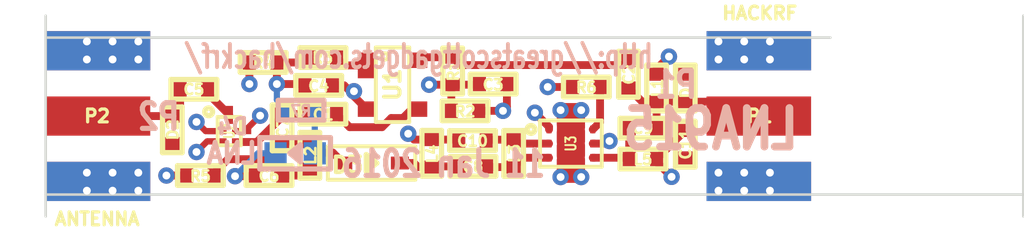
<source format=kicad_pcb>
(kicad_pcb (version 20221018) (generator pcbnew)
  (layers (0 "F.Cu" signal "C1F") (1 "In1.Cu" power "C2") (2 "In2.Cu" power "C3") (31 "B.Cu" signal "C4B") (34 "B.Paste" user) (35 "F.Paste" user) (36 "B.SilkS" user "B.Silkscreen") (37 "F.SilkS" user "F.Silkscreen") (38 "B.Mask" user) (39 "F.Mask" user) (44 "Edge.Cuts" user))
  (net 0 "")
  (net 1 "GND")
  (net 2 "N-0000010")
  (net 3 "N-0000011")
  (net 4 "N-0000012")
  (net 5 "N-0000013")
  (net 6 "N-0000014")
  (net 7 "N-0000015")
  (net 8 "N-0000016")
  (net 9 "N-0000017")
  (net 10 "N-000002")
  (net 11 "N-000004")
  (net 12 "N-000005")
  (net 13 "N-000006")
  (net 14 "N-000007")
  (net 15 "N-000008")
  (net 16 "N-000009")
  (net 17 "VCC")
  (footprint "GSG-SOT143" (layer "F.Cu") (at 138.4808 98.7806 -90)
    (fp_text reference "U1" (at 0 0 270) (layer "F.SilkS") (effects (font (size 0.6096 0.6096) (thickness 0.1524))))
    (fp_text value "SWITCH" hide)
    (fp_line (start -1.45 -0.65) (end 1.45 -0.65) (stroke (width 0.15)) (layer "F.SilkS"))
    (fp_line (start -1.45 0.65) (end -1.45 -0.65) (stroke (width 0.15)) (layer "F.SilkS"))
    (fp_line (start 1.45 -0.65) (end 1.45 0.65) (stroke (width 0.15)) (layer "F.SilkS"))
    (fp_line (start 1.45 0.65) (end -1.45 0.65) (stroke (width 0.15)) (layer "F.SilkS"))
    (fp_circle (center -1.1 0.3) (end -1.15 0.3) (stroke (width 0.15)) (fill none) (layer "F.SilkS"))
    (pad "1" smd rect (at -0.75 1 270) (size 1 0.7) (layers "F.Cu" "F.Paste" "F.Mask") (net 14 "N-000007") (clearance 0.1778))
    (pad "2" smd rect (at 0.95 1 270) (size 0.6 0.7) (layers "F.Cu" "F.Paste" "F.Mask") (net 1 "GND") (clearance 0.1778))
    (pad "3" smd rect (at 0.95 -1 270) (size 0.6 0.7) (layers "F.Cu" "F.Paste" "F.Mask") (net 11 "N-000004"))
    (pad "4" smd rect (at -0.95 -1 270) (size 0.6 0.7) (layers "F.Cu" "F.Paste" "F.Mask") (net 12 "N-000005"))
  )
  (footprint "GSG-TSLP-7-1" (layer "F.Cu") (at 145.4136 101.0698 -90)
    (fp_text reference "U3" (at 0 0 270) (layer "F.SilkS") (effects (font (size 0.39878 0.29972) (thickness 0.07493))))
    (fp_text value "LNA" hide)
    (fp_line (start -0.9 -1.2) (end 0.9 -1.2) (stroke (width 0.15)) (layer "F.SilkS"))
    (fp_line (start -0.9 1.2) (end -0.9 -1.2) (stroke (width 0.15)) (layer "F.SilkS"))
    (fp_line (start 0.9 -1.2) (end 0.9 1.2) (stroke (width 0.15)) (layer "F.SilkS"))
    (fp_line (start 0.9 1.2) (end -0.9 1.2) (stroke (width 0.15)) (layer "F.SilkS"))
    (fp_circle (center -0.54958 1.55) (end -0.49878 1.55) (stroke (width 0.2032)) (fill none) (layer "F.SilkS"))
    (pad "1" smd rect (at -0.55 0.85 270) (size 0.3 0.2) (layers "F.Cu" "F.Paste" "F.Mask") (net 17 "VCC"))
    (pad "2" smd rect (at 0 0.85 270) (size 0.3 0.2) (layers "F.Cu" "F.Paste" "F.Mask") (net 9 "N-0000017"))
    (pad "3" smd rect (at 0.55 0.85 270) (size 0.3 0.2) (layers "F.Cu" "F.Paste" "F.Mask") (net 8 "N-0000016"))
    (pad "4" smd rect (at 0.55 -0.85 270) (size 0.3 0.2) (layers "F.Cu" "F.Paste" "F.Mask") (net 7 "N-0000015"))
    (pad "5" smd rect (at 0 -0.85 270) (size 0.3 0.2) (layers "F.Cu" "F.Paste" "F.Mask") (net 17 "VCC"))
    (pad "6" smd rect (at -0.55 -0.85 270) (size 0.3 0.2) (layers "F.Cu" "F.Paste" "F.Mask") (net 5 "N-0000013"))
    (pad "7" smd rect (at -0.55 -0.425 270) (size 0.3 0.2) (layers "F.Cu" "F.Paste" "F.Mask") (net 1 "GND"))
    (pad "7" smd rect (at -0.55 0 270) (size 0.3 0.2) (layers "F.Cu" "F.Paste" "F.Mask") (net 1 "GND"))
    (pad "7" smd rect (at -0.55 0.425 270) (size 0.3 0.2) (layers "F.Cu" "F.Paste" "F.Mask") (net 1 "GND"))
    (pad "7" smd rect (at 0 -0.425 270) (size 0.3 0.2) (layers "F.Cu" "F.Paste" "F.Mask") (net 1 "GND"))
    (pad "7" smd rect (at 0 0 270) (size 0.3 0.2) (layers "F.Cu" "F.Paste" "F.Mask") (net 1 "GND"))
    (pad "7" smd rect (at 0 0.425 270) (size 0.3 0.2) (layers "F.Cu" "F.Paste" "F.Mask") (net 1 "GND"))
    (pad "7" smd rect (at 0.55 -0.425 270) (size 0.3 0.2) (layers "F.Cu" "F.Paste" "F.Mask") (net 1 "GND"))
    (pad "7" smd rect (at 0.55 0 270) (size 0.3 0.2) (layers "F.Cu" "F.Paste" "F.Mask") (net 1 "GND"))
    (pad "7" smd rect (at 0.55 0.425 270) (size 0.3 0.2) (layers "F.Cu" "F.Paste" "F.Mask") (net 1 "GND"))
  )
  (footprint "GSG-SOD323" (layer "F.Cu") (at 137.6662 101.8254)
    (fp_text reference "D3" (at -0.938 0.0794) (layer "F.SilkS") (effects (font (size 0.6096 0.6096) (thickness 0.1524))))
    (fp_text value "PIN" hide)
    (fp_line (start -1.7 -0.65) (end 1.7 -0.65) (stroke (width 0.15)) (layer "F.SilkS"))
    (fp_line (start -1.7 0.65) (end -1.7 -0.65) (stroke (width 0.15)) (layer "F.SilkS"))
    (fp_line (start -0.2032 -0.3302) (end -0.2032 0.3302) (stroke (width 0.2032)) (layer "F.SilkS"))
    (fp_line (start -0.2032 0.3302) (end 0.2032 0) (stroke (width 0.2032)) (layer "F.SilkS"))
    (fp_line (start -0.0508 0.0762) (end -0.0508 -0.0762) (stroke (width 0.2032)) (layer "F.SilkS"))
    (fp_line (start 0.2032 0) (end -0.2032 -0.3302) (stroke (width 0.2032)) (layer "F.SilkS"))
    (fp_line (start 1.7 -0.65) (end 1.7 0.65) (stroke (width 0.15)) (layer "F.SilkS"))
    (fp_line (start 1.7 0.65) (end -1.7 0.65) (stroke (width 0.15)) (layer "F.SilkS"))
    (pad "1" smd rect (at -1.1 0) (size 0.7 0.5) (layers "F.Cu" "F.Paste" "F.Mask") (net 13 "N-000006") (clearance 0.1778))
    (pad "2" smd rect (at 1.1 0) (size 0.7 0.5) (layers "F.Cu" "F.Paste" "F.Mask") (net 10 "N-000002") (clearance 0.1778))
  )
  (footprint "GSG-SMA-EDGE" (layer "F.Cu") (at 154.75 100 180)
    (fp_text reference "P1" (at 1.99898 0 180) (layer "F.SilkS") (effects (font (size 0.50038 0.50038) (thickness 0.12446))))
    (fp_text value "HACKRF" (at 1.99898 4.0005 180) (layer "F.SilkS") (effects (font (size 0.50038 0.50038) (thickness 0.12446))))
    (pad "1" smd rect (at 2.032 0 180) (size 4.064 1.524) (layers "F.Cu" "F.Mask") (net 6 "N-0000014"))
    (pad "2" thru_hole circle (at 1.6 -2.9 180) (size 0.762 0.762) (drill 0.3048) (layers "*.Cu" "*.Mask") (net 1 "GND"))
    (pad "2" thru_hole circle (at 1.6 -2.2 180) (size 0.762 0.762) (drill 0.3048) (layers "*.Cu" "*.Mask") (net 1 "GND"))
    (pad "2" thru_hole circle (at 1.6 2.2 180) (size 0.762 0.762) (drill 0.3048) (layers "*.Cu" "*.Mask") (net 1 "GND"))
    (pad "2" thru_hole circle (at 1.6 2.9 180) (size 0.762 0.762) (drill 0.3048) (layers "*.Cu" "*.Mask") (net 1 "GND"))
    (pad "2" smd rect (at 2.032 -2.54 180) (size 4.064 1.524) (layers "F.Cu" "F.Mask") (net 1 "GND"))
    (pad "2" smd rect (at 2.032 -2.54 180) (size 4.064 1.524) (layers "B.Cu" "B.Mask") (net 1 "GND"))
    (pad "2" smd rect (at 2.032 2.54 180) (size 4.064 1.524) (layers "F.Cu" "F.Mask") (net 1 "GND"))
    (pad "2" smd rect (at 2.032 2.54 180) (size 4.064 1.524) (layers "B.Cu" "B.Mask") (net 1 "GND"))
    (pad "2" thru_hole circle (at 2.6 -2.9 180) (size 0.762 0.762) (drill 0.3048) (layers "*.Cu" "*.Mask") (net 1 "GND"))
    (pad "2" thru_hole circle (at 2.6 -2.2 180) (size 0.762 0.762) (drill 0.3048) (layers "*.Cu" "*.Mask") (net 1 "GND"))
    (pad "2" thru_hole circle (at 2.6 2.2 180) (size 0.762 0.762) (drill 0.3048) (layers "*.Cu" "*.Mask") (net 1 "GND"))
    (pad "2" thru_hole circle (at 2.6 2.9 180) (size 0.762 0.762) (drill 0.3048) (layers "*.Cu" "*.Mask") (net 1 "GND"))
    (pad "2" thru_hole circle (at 3.6 -2.9 180) (size 0.762 0.762) (drill 0.3048) (layers "*.Cu" "*.Mask") (net 1 "GND"))
    (pad "2" thru_hole circle (at 3.6 -2.2 180) (size 0.762 0.762) (drill 0.3048) (layers "*.Cu" "*.Mask") (net 1 "GND"))
    (pad "2" thru_hole circle (at 3.6 2.2 180) (size 0.762 0.762) (drill 0.3048) (layers "*.Cu" "*.Mask") (net 1 "GND"))
    (pad "2" thru_hole circle (at 3.6 2.9 180) (size 0.762 0.762) (drill 0.3048) (layers "*.Cu" "*.Mask") (net 1 "GND"))
  )
  (footprint "GSG-SMA-EDGE" (layer "F.Cu") (at 125 100)
    (fp_text reference "P2" (at 1.99898 0) (layer "F.SilkS") (effects (font (size 0.50038 0.50038) (thickness 0.12446))))
    (fp_text value "ANTENNA" (at 1.99898 4.0005) (layer "F.SilkS") (effects (font (size 0.50038 0.50038) (thickness 0.12446))))
    (pad "1" smd rect (at 2.032 0) (size 4.064 1.524) (layers "F.Cu" "F.Mask") (net 15 "N-000008"))
    (pad "2" thru_hole circle (at 1.6 -2.9) (size 0.762 0.762) (drill 0.3048) (layers "*.Cu" "*.Mask") (net 1 "GND"))
    (pad "2" thru_hole circle (at 1.6 -2.2) (size 0.762 0.762) (drill 0.3048) (layers "*.Cu" "*.Mask") (net 1 "GND"))
    (pad "2" thru_hole circle (at 1.6 2.2) (size 0.762 0.762) (drill 0.3048) (layers "*.Cu" "*.Mask") (net 1 "GND"))
    (pad "2" thru_hole circle (at 1.6 2.9) (size 0.762 0.762) (drill 0.3048) (layers "*.Cu" "*.Mask") (net 1 "GND"))
    (pad "2" smd rect (at 2.032 -2.54) (size 4.064 1.524) (layers "F.Cu" "F.Mask") (net 1 "GND"))
    (pad "2" smd rect (at 2.032 -2.54) (size 4.064 1.524) (layers "B.Cu" "B.Mask") (net 1 "GND"))
    (pad "2" smd rect (at 2.032 2.54) (size 4.064 1.524) (layers "F.Cu" "F.Mask") (net 1 "GND"))
    (pad "2" smd rect (at 2.032 2.54) (size 4.064 1.524) (layers "B.Cu" "B.Mask") (net 1 "GND"))
    (pad "2" thru_hole circle (at 2.6 -2.9) (size 0.762 0.762) (drill 0.3048) (layers "*.Cu" "*.Mask") (net 1 "GND"))
    (pad "2" thru_hole circle (at 2.6 -2.2) (size 0.762 0.762) (drill 0.3048) (layers "*.Cu" "*.Mask") (net 1 "GND"))
    (pad "2" thru_hole circle (at 2.6 2.2) (size 0.762 0.762) (drill 0.3048) (layers "*.Cu" "*.Mask") (net 1 "GND"))
    (pad "2" thru_hole circle (at 2.6 2.9) (size 0.762 0.762) (drill 0.3048) (layers "*.Cu" "*.Mask") (net 1 "GND"))
    (pad "2" thru_hole circle (at 3.6 -2.9) (size 0.762 0.762) (drill 0.3048) (layers "*.Cu" "*.Mask") (net 1 "GND"))
    (pad "2" thru_hole circle (at 3.6 -2.2) (size 0.762 0.762) (drill 0.3048) (layers "*.Cu" "*.Mask") (net 1 "GND"))
    (pad "2" thru_hole circle (at 3.6 2.2) (size 0.762 0.762) (drill 0.3048) (layers "*.Cu" "*.Mask") (net 1 "GND"))
    (pad "2" thru_hole circle (at 3.6 2.9) (size 0.762 0.762) (drill 0.3048) (layers "*.Cu" "*.Mask") (net 1 "GND"))
  )
  (footprint "GSG-F5Q" (layer "F.Cu") (at 132.1346 100.5842 -90)
    (fp_text reference "U2" (at 0 0 270) (layer "F.SilkS") (effects (font (size 0.39878 0.29972) (thickness 0.07493))))
    (fp_text value "SAW" hide)
    (fp_line (start -0.55 -0.45) (end 0.55 -0.45) (stroke (width 0.15)) (layer "F.SilkS"))
    (fp_line (start -0.55 0.45) (end -0.55 -0.45) (stroke (width 0.15)) (layer "F.SilkS"))
    (fp_line (start 0.55 -0.45) (end 0.55 0.45) (stroke (width 0.15)) (layer "F.SilkS"))
    (fp_line (start 0.55 0.45) (end -0.55 0.45) (stroke (width 0.15)) (layer "F.SilkS"))
    (fp_circle (center -0.74958 0.8) (end -0.69878 0.8) (stroke (width 0.2032)) (fill none) (layer "F.SilkS"))
    (pad "1" smd rect (at -0.63 0 270) (size 0.7 0.29) (layers "F.Cu" "F.Paste" "F.Mask") (net 4 "N-0000012"))
    (pad "2" smd rect (at 0 0.48 270) (size 0.24 0.75) (layers "F.Cu" "F.Paste" "F.Mask") (net 1 "GND"))
    (pad "3" smd rect (at 0.4 0.48 270) (size 0.24 0.75) (layers "F.Cu" "F.Paste" "F.Mask") (net 1 "GND"))
    (pad "4" smd rect (at 0.4 -0.48 270) (size 0.24 0.75) (layers "F.Cu" "F.Paste" "F.Mask") (net 2 "N-0000010"))
    (pad "5" smd rect (at 0 -0.48 270) (size 0.24 0.75) (layers "F.Cu" "F.Paste" "F.Mask") (net 1 "GND"))
  )
  (footprint "GSG-0402" (layer "F.Cu") (at 133.6802 102.3112)
    (fp_text reference "C6" (at 0 0.02) (layer "F.SilkS") (effects (font (size 0.4064 0.4064) (thickness 0.1016))))
    (fp_text value "1nF" hide)
    (fp_line (start -0.889 -0.381) (end 0.889 -0.381) (stroke (width 0.2032)) (layer "F.SilkS"))
    (fp_line (start -0.889 0.381) (end -0.889 -0.381) (stroke (width 0.2032)) (layer "F.SilkS"))
    (fp_line (start 0.889 -0.381) (end 0.889 0.381) (stroke (width 0.2032)) (layer "F.SilkS"))
    (fp_line (start 0.889 0.381) (end -0.889 0.381) (stroke (width 0.2032)) (layer "F.SilkS"))
    (pad "1" smd rect (at -0.5334 0) (size 0.508 0.5588) (layers "F.Cu" "F.Paste" "F.Mask") (net 1 "GND"))
    (pad "2" smd rect (at 0.5334 0) (size 0.508 0.5588) (layers "F.Cu" "F.Paste" "F.Mask") (net 3 "N-0000011"))
  )
  (footprint "GSG-0402" (layer "F.Cu") (at 141.3002 99.7966 180)
    (fp_text reference "R2" (at 0 -0.0254 180) (layer "F.SilkS") (effects (font (size 0.4064 0.4064) (thickness 0.1016))))
    (fp_text value "100k" hide)
    (fp_line (start -0.889 -0.381) (end 0.889 -0.381) (stroke (width 0.2032)) (layer "F.SilkS"))
    (fp_line (start -0.889 0.381) (end -0.889 -0.381) (stroke (width 0.2032)) (layer "F.SilkS"))
    (fp_line (start 0.889 -0.381) (end 0.889 0.381) (stroke (width 0.2032)) (layer "F.SilkS"))
    (fp_line (start 0.889 0.381) (end -0.889 0.381) (stroke (width 0.2032)) (layer "F.SilkS"))
    (pad "1" smd rect (at -0.5334 0 180) (size 0.508 0.5588) (layers "F.Cu" "F.Paste" "F.Mask") (net 1 "GND"))
    (pad "2" smd rect (at 0.5334 0 180) (size 0.508 0.5588) (layers "F.Cu" "F.Paste" "F.Mask") (net 17 "VCC"))
  )
  (footprint "GSG-0402" (layer "F.Cu") (at 134.1882 100.457 -90)
    (fp_text reference "C7" (at 0 -0.03 270) (layer "F.SilkS") (effects (font (size 0.4064 0.4064) (thickness 0.1016))))
    (fp_text value "100pF" hide)
    (fp_line (start -0.889 -0.381) (end 0.889 -0.381) (stroke (width 0.2032)) (layer "F.SilkS"))
    (fp_line (start -0.889 0.381) (end -0.889 -0.381) (stroke (width 0.2032)) (layer "F.SilkS"))
    (fp_line (start 0.889 -0.381) (end 0.889 0.381) (stroke (width 0.2032)) (layer "F.SilkS"))
    (fp_line (start 0.889 0.381) (end -0.889 0.381) (stroke (width 0.2032)) (layer "F.SilkS"))
    (pad "1" smd rect (at -0.5334 0 270) (size 0.508 0.5588) (layers "F.Cu" "F.Paste" "F.Mask") (net 2 "N-0000010"))
    (pad "2" smd rect (at 0.5334 0 270) (size 0.508 0.5588) (layers "F.Cu" "F.Paste" "F.Mask") (net 13 "N-000006"))
  )
  (footprint "GSG-0402" (layer "F.Cu") (at 141.605 101.9556)
    (fp_text reference "C8" (at 0 0.01) (layer "F.SilkS") (effects (font (size 0.4064 0.4064) (thickness 0.1016))))
    (fp_text value "100pF" hide)
    (fp_line (start -0.889 -0.381) (end 0.889 -0.381) (stroke (width 0.2032)) (layer "F.SilkS"))
    (fp_line (start -0.889 0.381) (end -0.889 -0.381) (stroke (width 0.2032)) (layer "F.SilkS"))
    (fp_line (start 0.889 -0.381) (end 0.889 0.381) (stroke (width 0.2032)) (layer "F.SilkS"))
    (fp_line (start 0.889 0.381) (end -0.889 0.381) (stroke (width 0.2032)) (layer "F.SilkS"))
    (pad "1" smd rect (at -0.5334 0) (size 0.508 0.5588) (layers "F.Cu" "F.Paste" "F.Mask") (net 10 "N-000002"))
    (pad "2" smd rect (at 0.5334 0) (size 0.508 0.5588) (layers "F.Cu" "F.Paste" "F.Mask") (net 8 "N-0000016"))
  )
  (footprint "GSG-0402" (layer "F.Cu") (at 148.2136 100.4698)
    (fp_text reference "C9" (at 0 0.01) (layer "F.SilkS") (effects (font (size 0.4064 0.4064) (thickness 0.1016))))
    (fp_text value "100pF" hide)
    (fp_line (start -0.889 -0.381) (end 0.889 -0.381) (stroke (width 0.2032)) (layer "F.SilkS"))
    (fp_line (start -0.889 0.381) (end -0.889 -0.381) (stroke (width 0.2032)) (layer "F.SilkS"))
    (fp_line (start 0.889 -0.381) (end 0.889 0.381) (stroke (width 0.2032)) (layer "F.SilkS"))
    (fp_line (start 0.889 0.381) (end -0.889 0.381) (stroke (width 0.2032)) (layer "F.SilkS"))
    (pad "1" smd rect (at -0.5334 0) (size 0.508 0.5588) (layers "F.Cu" "F.Paste" "F.Mask") (net 7 "N-0000015"))
    (pad "2" smd rect (at 0.5334 0) (size 0.508 0.5588) (layers "F.Cu" "F.Paste" "F.Mask") (net 6 "N-0000014"))
  )
  (footprint "GSG-0402" (layer "F.Cu") (at 147.6502 98.3742 -90)
    (fp_text reference "C2" (at 0 -0.02 270) (layer "F.SilkS") (effects (font (size 0.4064 0.4064) (thickness 0.1016))))
    (fp_text value "100pF" hide)
    (fp_line (start -0.889 -0.381) (end 0.889 -0.381) (stroke (width 0.2032)) (layer "F.SilkS"))
    (fp_line (start -0.889 0.381) (end -0.889 -0.381) (stroke (width 0.2032)) (layer "F.SilkS"))
    (fp_line (start 0.889 -0.381) (end 0.889 0.381) (stroke (width 0.2032)) (layer "F.SilkS"))
    (fp_line (start 0.889 0.381) (end -0.889 0.381) (stroke (width 0.2032)) (layer "F.SilkS"))
    (pad "1" smd rect (at -0.5334 0 270) (size 0.508 0.5588) (layers "F.Cu" "F.Paste" "F.Mask") (net 12 "N-000005"))
    (pad "2" smd rect (at 0.5334 0 270) (size 0.508 0.5588) (layers "F.Cu" "F.Paste" "F.Mask") (net 6 "N-0000014"))
  )
  (footprint "GSG-0402" (layer "F.Cu") (at 135.7744 99.9254)
    (fp_text reference "C1" (at 0.014 0.0236) (layer "F.SilkS") (effects (font (size 0.4064 0.4064) (thickness 0.1016))))
    (fp_text value "100pF" hide)
    (fp_line (start -0.889 -0.381) (end 0.889 -0.381) (stroke (width 0.2032)) (layer "F.SilkS"))
    (fp_line (start -0.889 0.381) (end -0.889 -0.381) (stroke (width 0.2032)) (layer "F.SilkS"))
    (fp_line (start 0.889 -0.381) (end 0.889 0.381) (stroke (width 0.2032)) (layer "F.SilkS"))
    (fp_line (start 0.889 0.381) (end -0.889 0.381) (stroke (width 0.2032)) (layer "F.SilkS"))
    (pad "1" smd rect (at -0.5334 0) (size 0.508 0.5588) (layers "F.Cu" "F.Paste" "F.Mask") (net 2 "N-0000010"))
    (pad "2" smd rect (at 0.5334 0) (size 0.508 0.5588) (layers "F.Cu" "F.Paste" "F.Mask") (net 11 "N-000004"))
  )
  (footprint "GSG-0402" (layer "F.Cu") (at 149.86 101.092 90)
    (fp_text reference "C11" (at 0 0.01 90) (layer "F.SilkS") (effects (font (size 0.4064 0.4064) (thickness 0.1016))))
    (fp_text value "1uF" hide)
    (fp_line (start -0.889 -0.381) (end 0.889 -0.381) (stroke (width 0.2032)) (layer "F.SilkS"))
    (fp_line (start -0.889 0.381) (end -0.889 -0.381) (stroke (width 0.2032)) (layer "F.SilkS"))
    (fp_line (start 0.889 -0.381) (end 0.889 0.381) (stroke (width 0.2032)) (layer "F.SilkS"))
    (fp_line (start 0.889 0.381) (end -0.889 0.381) (stroke (width 0.2032)) (layer "F.SilkS"))
    (pad "1" smd rect (at -0.5334 0 90) (size 0.508 0.5588) (layers "F.Cu" "F.Paste" "F.Mask") (net 1 "GND"))
    (pad "2" smd rect (at 0.5334 0 90) (size 0.508 0.5588) (layers "F.Cu" "F.Paste" "F.Mask") (net 17 "VCC"))
  )
  (footprint "GSG-0402" (layer "F.Cu") (at 129.921 100.5332 90)
    (fp_text reference "D2" (at 0 0.02 90) (layer "F.SilkS") (effects (font (size 0.4064 0.4064) (thickness 0.1016))))
    (fp_text value "GSG-DIODE-TVS-BI" hide)
    (fp_line (start -0.889 -0.381) (end 0.889 -0.381) (stroke (width 0.2032)) (layer "F.SilkS"))
    (fp_line (start -0.889 0.381) (end -0.889 -0.381) (stroke (width 0.2032)) (layer "F.SilkS"))
    (fp_line (start 0.889 -0.381) (end 0.889 0.381) (stroke (width 0.2032)) (layer "F.SilkS"))
    (fp_line (start 0.889 0.381) (end -0.889 0.381) (stroke (width 0.2032)) (layer "F.SilkS"))
    (pad "1" smd rect (at -0.5334 0 90) (size 0.508 0.5588) (layers "F.Cu" "F.Paste" "F.Mask") (net 1 "GND"))
    (pad "2" smd rect (at 0.5334 0 90) (size 0.508 0.5588) (layers "F.Cu" "F.Paste" "F.Mask") (net 15 "N-000008"))
  )
  (footprint "GSG-0402" (layer "F.Cu") (at 131.0132 102.3112)
    (fp_text reference "R5" (at 0 0.0254) (layer "F.SilkS") (effects (font (size 0.4064 0.4064) (thickness 0.1016))))
    (fp_text value "470" hide)
    (fp_line (start -0.889 -0.381) (end 0.889 -0.381) (stroke (width 0.2032)) (layer "F.SilkS"))
    (fp_line (start -0.889 0.381) (end -0.889 -0.381) (stroke (width 0.2032)) (layer "F.SilkS"))
    (fp_line (start 0.889 -0.381) (end 0.889 0.381) (stroke (width 0.2032)) (layer "F.SilkS"))
    (fp_line (start 0.889 0.381) (end -0.889 0.381) (stroke (width 0.2032)) (layer "F.SilkS"))
    (pad "1" smd rect (at -0.5334 0) (size 0.508 0.5588) (layers "F.Cu" "F.Paste" "F.Mask") (net 17 "VCC"))
    (pad "2" smd rect (at 0.5334 0) (size 0.508 0.5588) (layers "F.Cu" "F.Paste" "F.Mask") (net 3 "N-0000011"))
  )
  (footprint "GSG-0402" (layer "F.Cu") (at 135.6106 98.806 180)
    (fp_text reference "C4" (at 0 -0.03 180) (layer "F.SilkS") (effects (font (size 0.4064 0.4064) (thickness 0.1016))))
    (fp_text value "1nF" hide)
    (fp_line (start -0.889 -0.381) (end 0.889 -0.381) (stroke (width 0.2032)) (layer "F.SilkS"))
    (fp_line (start -0.889 0.381) (end -0.889 -0.381) (stroke (width 0.2032)) (layer "F.SilkS"))
    (fp_line (start 0.889 -0.381) (end 0.889 0.381) (stroke (width 0.2032)) (layer "F.SilkS"))
    (fp_line (start 0.889 0.381) (end -0.889 0.381) (stroke (width 0.2032)) (layer "F.SilkS"))
    (pad "1" smd rect (at -0.5334 0 180) (size 0.508 0.5588) (layers "F.Cu" "F.Paste" "F.Mask") (net 1 "GND"))
    (pad "2" smd rect (at 0.5334 0 180) (size 0.508 0.5588) (layers "F.Cu" "F.Paste" "F.Mask") (net 17 "VCC"))
  )
  (footprint "GSG-0402" (layer "F.Cu") (at 135.2662 101.5254 -90)
    (fp_text reference "L2" (at 0 -0.03 270) (layer "F.SilkS") (effects (font (size 0.4064 0.4064) (thickness 0.1016))))
    (fp_text value "39nH" hide)
    (fp_line (start -0.889 -0.381) (end 0.889 -0.381) (stroke (width 0.2032)) (layer "F.SilkS"))
    (fp_line (start -0.889 0.381) (end -0.889 -0.381) (stroke (width 0.2032)) (layer "F.SilkS"))
    (fp_line (start 0.889 -0.381) (end 0.889 0.381) (stroke (width 0.2032)) (layer "F.SilkS"))
    (fp_line (start 0.889 0.381) (end -0.889 0.381) (stroke (width 0.2032)) (layer "F.SilkS"))
    (pad "1" smd rect (at -0.5334 0 270) (size 0.508 0.5588) (layers "F.Cu" "F.Paste" "F.Mask") (net 13 "N-000006"))
    (pad "2" smd rect (at 0.5334 0 270) (size 0.508 0.5588) (layers "F.Cu" "F.Paste" "F.Mask") (net 3 "N-0000011"))
  )
  (footprint "GSG-0402" (layer "F.Cu") (at 140.0048 101.4476 -90)
    (fp_text reference "L4" (at 0.0254 -0.0254 270) (layer "F.SilkS") (effects (font (size 0.4064 0.4064) (thickness 0.1016))))
    (fp_text value "39nH" hide)
    (fp_line (start -0.889 -0.381) (end 0.889 -0.381) (stroke (width 0.2032)) (layer "F.SilkS"))
    (fp_line (start -0.889 0.381) (end -0.889 -0.381) (stroke (width 0.2032)) (layer "F.SilkS"))
    (fp_line (start 0.889 -0.381) (end 0.889 0.381) (stroke (width 0.2032)) (layer "F.SilkS"))
    (fp_line (start 0.889 0.381) (end -0.889 0.381) (stroke (width 0.2032)) (layer "F.SilkS"))
    (pad "1" smd rect (at -0.5334 0 270) (size 0.508 0.5588) (layers "F.Cu" "F.Paste" "F.Mask") (net 1 "GND"))
    (pad "2" smd rect (at 0.5334 0 270) (size 0.508 0.5588) (layers "F.Cu" "F.Paste" "F.Mask") (net 10 "N-000002"))
  )
  (footprint "GSG-0402" (layer "F.Cu") (at 135.7744 97.7254)
    (fp_text reference "R3" (at -0.0114 0.0138) (layer "F.SilkS") (effects (font (size 0.4064 0.4064) (thickness 0.1016))))
    (fp_text value "4k7" hide)
    (fp_line (start -0.889 -0.381) (end 0.889 -0.381) (stroke (width 0.2032)) (layer "F.SilkS"))
    (fp_line (start -0.889 0.381) (end -0.889 -0.381) (stroke (width 0.2032)) (layer "F.SilkS"))
    (fp_line (start 0.889 -0.381) (end 0.889 0.381) (stroke (width 0.2032)) (layer "F.SilkS"))
    (fp_line (start 0.889 0.381) (end -0.889 0.381) (stroke (width 0.2032)) (layer "F.SilkS"))
    (pad "1" smd rect (at -0.5334 0) (size 0.508 0.5588) (layers "F.Cu" "F.Paste" "F.Mask") (net 17 "VCC"))
    (pad "2" smd rect (at 0.5334 0) (size 0.508 0.5588) (layers "F.Cu" "F.Paste" "F.Mask") (net 14 "N-000007"))
  )
  (footprint "GSG-0402" (layer "F.Cu") (at 140.8176 98.2472 90)
    (fp_text reference "R1" (at 0 0.0254 90) (layer "F.SilkS") (effects (font (size 0.4064 0.4064) (thickness 0.1016))))
    (fp_text value "47k" hide)
    (fp_line (start -0.889 -0.381) (end 0.889 -0.381) (stroke (width 0.2032)) (layer "F.SilkS"))
    (fp_line (start -0.889 0.381) (end -0.889 -0.381) (stroke (width 0.2032)) (layer "F.SilkS"))
    (fp_line (start 0.889 -0.381) (end 0.889 0.381) (stroke (width 0.2032)) (layer "F.SilkS"))
    (fp_line (start 0.889 0.381) (end -0.889 0.381) (stroke (width 0.2032)) (layer "F.SilkS"))
    (pad "1" smd rect (at -0.5334 0 90) (size 0.508 0.5588) (layers "F.Cu" "F.Paste" "F.Mask") (net 17 "VCC"))
    (pad "2" smd rect (at 0.5334 0 90) (size 0.508 0.5588) (layers "F.Cu" "F.Paste" "F.Mask") (net 12 "N-000005"))
  )
  (footprint "GSG-0402" (layer "F.Cu") (at 148.7424 98.9076 90)
    (fp_text reference "L1" (at 0 0.03 90) (layer "F.SilkS") (effects (font (size 0.4064 0.4064) (thickness 0.1016))))
    (fp_text value "39nH" hide)
    (fp_line (start -0.889 -0.381) (end 0.889 -0.381) (stroke (width 0.2032)) (layer "F.SilkS"))
    (fp_line (start -0.889 0.381) (end -0.889 -0.381) (stroke (width 0.2032)) (layer "F.SilkS"))
    (fp_line (start 0.889 -0.381) (end 0.889 0.381) (stroke (width 0.2032)) (layer "F.SilkS"))
    (fp_line (start 0.889 0.381) (end -0.889 0.381) (stroke (width 0.2032)) (layer "F.SilkS"))
    (pad "1" smd rect (at -0.5334 0 90) (size 0.508 0.5588) (layers "F.Cu" "F.Paste" "F.Mask") (net 6 "N-0000014"))
    (pad "2" smd rect (at 0.5334 0 90) (size 0.508 0.5588) (layers "F.Cu" "F.Paste" "F.Mask") (net 17 "VCC"))
  )
  (footprint "GSG-0402" (layer "F.Cu") (at 143.1898 101.4508 90)
    (fp_text reference "L3" (at 0 0.03 90) (layer "F.SilkS") (effects (font (size 0.4064 0.4064) (thickness 0.1016))))
    (fp_text value "39nH" hide)
    (fp_line (start -0.889 -0.381) (end 0.889 -0.381) (stroke (width 0.2032)) (layer "F.SilkS"))
    (fp_line (start -0.889 0.381) (end -0.889 -0.381) (stroke (width 0.2032)) (layer "F.SilkS"))
    (fp_line (start 0.889 -0.381) (end 0.889 0.381) (stroke (width 0.2032)) (layer "F.SilkS"))
    (fp_line (start 0.889 0.381) (end -0.889 0.381) (stroke (width 0.2032)) (layer "F.SilkS"))
    (pad "1" smd rect (at -0.5334 0 90) (size 0.508 0.5588) (layers "F.Cu" "F.Paste" "F.Mask") (net 8 "N-0000016"))
    (pad "2" smd rect (at 0.5334 0 90) (size 0.508 0.5588) (layers "F.Cu" "F.Paste" "F.Mask") (net 9 "N-0000017"))
  )
  (footprint "GSG-0402" (layer "F.Cu") (at 141.5898 100.9508)
    (fp_text reference "C10" (at 0 0.02) (layer "F.SilkS") (effects (font (size 0.4064 0.4064) (thickness 0.1016))))
    (fp_text value "1uF" hide)
    (fp_line (start -0.889 -0.381) (end 0.889 -0.381) (stroke (width 0.2032)) (layer "F.SilkS"))
    (fp_line (start -0.889 0.381) (end -0.889 -0.381) (stroke (width 0.2032)) (layer "F.SilkS"))
    (fp_line (start 0.889 -0.381) (end 0.889 0.381) (stroke (width 0.2032)) (layer "F.SilkS"))
    (fp_line (start 0.889 0.381) (end -0.889 0.381) (stroke (width 0.2032)) (layer "F.SilkS"))
    (pad "1" smd rect (at -0.5334 0) (size 0.508 0.5588) (layers "F.Cu" "F.Paste" "F.Mask") (net 1 "GND"))
    (pad "2" smd rect (at 0.5334 0) (size 0.508 0.5588) (layers "F.Cu" "F.Paste" "F.Mask") (net 9 "N-0000017"))
  )
  (footprint "GSG-0402" (layer "F.Cu") (at 148.2136 101.6698 180)
    (fp_text reference "L5" (at 0 -0.02 180) (layer "F.SilkS") (effects (font (size 0.4064 0.4064) (thickness 0.1016))))
    (fp_text value "39nH" hide)
    (fp_line (start -0.889 -0.381) (end 0.889 -0.381) (stroke (width 0.2032)) (layer "F.SilkS"))
    (fp_line (start -0.889 0.381) (end -0.889 -0.381) (stroke (width 0.2032)) (layer "F.SilkS"))
    (fp_line (start 0.889 -0.381) (end 0.889 0.381) (stroke (width 0.2032)) (layer "F.SilkS"))
    (fp_line (start 0.889 0.381) (end -0.889 0.381) (stroke (width 0.2032)) (layer "F.SilkS"))
    (pad "1" smd rect (at -0.5334 0 180) (size 0.508 0.5588) (layers "F.Cu" "F.Paste" "F.Mask") (net 17 "VCC"))
    (pad "2" smd rect (at 0.5334 0 180) (size 0.508 0.5588) (layers "F.Cu" "F.Paste" "F.Mask") (net 7 "N-0000015"))
  )
  (footprint "GSG-0402" (layer "F.Cu") (at 146.0136 98.8698)
    (fp_text reference "R6" (at 0 0.02) (layer "F.SilkS") (effects (font (size 0.4064 0.4064) (thickness 0.1016))))
    (fp_text value "3k" hide)
    (fp_line (start -0.889 -0.381) (end 0.889 -0.381) (stroke (width 0.2032)) (layer "F.SilkS"))
    (fp_line (start -0.889 0.381) (end -0.889 -0.381) (stroke (width 0.2032)) (layer "F.SilkS"))
    (fp_line (start 0.889 -0.381) (end 0.889 0.381) (stroke (width 0.2032)) (layer "F.SilkS"))
    (fp_line (start 0.889 0.381) (end -0.889 0.381) (stroke (width 0.2032)) (layer "F.SilkS"))
    (pad "1" smd rect (at -0.5334 0) (size 0.508 0.5588) (layers "F.Cu" "F.Paste" "F.Mask") (net 17 "VCC"))
    (pad "2" smd rect (at 0.5334 0) (size 0.508 0.5588) (layers "F.Cu" "F.Paste" "F.Mask") (net 5 "N-0000013"))
  )
  (footprint "GSG-0402" (layer "F.Cu") (at 130.7592 98.9584)
    (fp_text reference "C5" (at 0 0.01) (layer "F.SilkS") (effects (font (size 0.4064 0.4064) (thickness 0.1016))))
    (fp_text value "100pF" hide)
    (fp_line (start -0.889 -0.381) (end 0.889 -0.381) (stroke (width 0.2032)) (layer "F.SilkS"))
    (fp_line (start -0.889 0.381) (end -0.889 -0.381) (stroke (width 0.2032)) (layer "F.SilkS"))
    (fp_line (start 0.889 -0.381) (end 0.889 0.381) (stroke (width 0.2032)) (layer "F.SilkS"))
    (fp_line (start 0.889 0.381) (end -0.889 0.381) (stroke (width 0.2032)) (layer "F.SilkS"))
    (pad "1" smd rect (at -0.5334 0) (size 0.508 0.5588) (layers "F.Cu" "F.Paste" "F.Mask") (net 15 "N-000008"))
    (pad "2" smd rect (at 0.5334 0) (size 0.508 0.5588) (layers "F.Cu" "F.Paste" "F.Mask") (net 4 "N-0000012"))
  )
  (footprint "GSG-0402" (layer "F.Cu") (at 149.86 98.9076 -90)
    (fp_text reference "D1" (at 0 -0.0254 270) (layer "F.SilkS") (effects (font (size 0.4064 0.4064) (thickness 0.1016))))
    (fp_text value "GSG-DIODE-TVS-BI" hide)
    (fp_line (start -0.889 -0.381) (end 0.889 -0.381) (stroke (width 0.2032)) (layer "F.SilkS"))
    (fp_line (start -0.889 0.381) (end -0.889 -0.381) (stroke (width 0.2032)) (layer "F.SilkS"))
    (fp_line (start 0.889 -0.381) (end 0.889 0.381) (stroke (width 0.2032)) (layer "F.SilkS"))
    (fp_line (start 0.889 0.381) (end -0.889 0.381) (stroke (width 0.2032)) (layer "F.SilkS"))
    (pad "1" smd rect (at -0.5334 0 270) (size 0.508 0.5588) (layers "F.Cu" "F.Paste" "F.Mask") (net 1 "GND"))
    (pad "2" smd rect (at 0.5334 0 270) (size 0.508 0.5588) (layers "F.Cu" "F.Paste" "F.Mask") (net 6 "N-0000014"))
  )
  (footprint "GSG-0402" (layer "F.Cu") (at 142.3924 98.7552 180)
    (fp_text reference "C3" (at 0 -0.03 180) (layer "F.SilkS") (effects (font (size 0.4064 0.4064) (thickness 0.1016))))
    (fp_text value "1nF" hide)
    (fp_line (start -0.889 -0.381) (end 0.889 -0.381) (stroke (width 0.2032)) (layer "F.SilkS"))
    (fp_line (start -0.889 0.381) (end -0.889 -0.381) (stroke (width 0.2032)) (layer "F.SilkS"))
    (fp_line (start 0.889 -0.381) (end 0.889 0.381) (stroke (width 0.2032)) (layer "F.SilkS"))
    (fp_line (start 0.889 0.381) (end -0.889 0.381) (stroke (width 0.2032)) (layer "F.SilkS"))
    (pad "1" smd rect (at -0.5334 0 180) (size 0.508 0.5588) (layers "F.Cu" "F.Paste" "F.Mask") (net 1 "GND"))
    (pad "2" smd rect (at 0.5334 0 180) (size 0.508 0.5588) (layers "F.Cu" "F.Paste" "F.Mask") (net 17 "VCC"))
  )
  (footprint "GSG-0402" (layer "F.Cu") (at 133.4516 97.917)
    (fp_text reference "R4" (at 0 0.0254) (layer "F.SilkS") (effects (font (size 0.4064 0.4064) (thickness 0.1016))))
    (fp_text value "100k" hide)
    (fp_line (start -0.889 -0.381) (end 0.889 -0.381) (stroke (width 0.2032)) (layer "F.SilkS"))
    (fp_line (start -0.889 0.381) (end -0.889 -0.381) (stroke (width 0.2032)) (layer "F.SilkS"))
    (fp_line (start 0.889 -0.381) (end 0.889 0.381) (stroke (width 0.2032)) (layer "F.SilkS"))
    (fp_line (start 0.889 0.381) (end -0.889 0.381) (stroke (width 0.2032)) (layer "F.SilkS"))
    (pad "1" smd rect (at -0.5334 0) (size 0.508 0.5588) (layers "F.Cu" "F.Paste" "F.Mask") (net 1 "GND"))
    (pad "2" smd rect (at 0.5334 0) (size 0.508 0.5588) (layers "F.Cu" "F.Paste" "F.Mask") (net 17 "VCC"))
  )
  (footprint "GSG-0603D" (layer "B.Cu") (at 134.6962 101.4476 180)
    (fp_text reference "D4" (at 2.4384 1.0414 180) (layer "B.SilkS") (effects (font (size 0.6096 0.6096) (thickness 0.1524)) (justify mirror)))
    (fp_text value "LNALED" hide)
    (fp_line (start -1.3716 -0.6096) (end 1.3716 -0.6096) (stroke (width 0.2032)) (layer "B.SilkS"))
    (fp_line (start -1.3716 0.6096) (end -1.3716 -0.6096) (stroke (width 0.2032)) (layer "B.SilkS"))
    (fp_line (start -0.2032 -0.3302) (end 0.2032 0) (stroke (width 0.2032)) (layer "B.SilkS"))
    (fp_line (start -0.2032 0.3302) (end -0.2032 -0.3302) (stroke (width 0.2032)) (layer "B.SilkS"))
    (fp_line (start -0.0508 -0.0762) (end -0.0508 0.0762) (stroke (width 0.2032)) (layer "B.SilkS"))
    (fp_line (start 0.2032 0) (end -0.2032 0.3302) (stroke (width 0.2032)) (layer "B.SilkS"))
    (fp_line (start 1.3716 -0.6096) (end 1.3716 0.6096) (stroke (width 0.2032)) (layer "B.SilkS"))
    (fp_line (start 1.3716 0.6096) (end -1.3716 0.6096) (stroke (width 0.2032)) (layer "B.SilkS"))
    (pad "1" smd rect (at -0.762 0 180) (size 0.8636 0.8636) (layers "B.Cu" "B.Paste" "B.Mask") (net 16 "N-000009") (clearance 0.1778))
    (pad "2" smd rect (at 0.762 0 180) (size 0.8636 0.8636) (layers "B.Cu" "B.Paste" "B.Mask") (net 1 "GND") (clearance 0.1778))
  )
  (footprint "GSG-0402" (layer "B.Cu") (at 134.9248 99.7712)
    (fp_text reference "R7" (at 0 0.0254) (layer "B.SilkS") (effects (font (size 0.4064 0.4064) (thickness 0.1016)) (justify mirror)))
    (fp_text value "470" hide)
    (fp_line (start -0.889 -0.381) (end -0.889 0.381) (stroke (width 0.2032)) (layer "B.SilkS"))
    (fp_line (start -0.889 0.381) (end 0.889 0.381) (stroke (width 0.2032)) (layer "B.SilkS"))
    (fp_line (start 0.889 -0.381) (end -0.889 -0.381) (stroke (width 0.2032)) (layer "B.SilkS"))
    (fp_line (start 0.889 0.381) (end 0.889 -0.381) (stroke (width 0.2032)) (layer "B.SilkS"))
    (pad "1" smd rect (at -0.5334 0) (size 0.508 0.5588) (layers "B.Cu" "B.Paste" "B.Mask") (net 17 "VCC"))
    (pad "2" smd rect (at 0.5334 0) (size 0.508 0.5588) (layers "B.Cu" "B.Paste" "B.Mask") (net 16 "N-000009"))
  )
  (gr_line (start 163 103.9) (end 163 96.1) (stroke (width 0.1)) (layer "Edge.Cuts"))
  (gr_line (start 125 103.05) (end 163 103.05) (stroke (width 0.1)) (layer "Edge.Cuts"))
  (gr_line (start 155.5 96.95) (end 125 96.95) (stroke (width 0.1)) (layer "Edge.Cuts"))
  (gr_line (start 125 96.1) (end 125 103.9) (stroke (width 0.1)) (layer "Edge.Cuts"))
  (gr_text "LNA" (at 132.2324 101.4476) (layer "B.SilkS") (effects (font (size 0.8 0.7) (thickness 0.175)) (justify mirror)))
  (gr_text "P1" (at 149.5044 98.7806) (layer "B.SilkS") (effects (font (size 1 0.8) (thickness 0.2)) (justify mirror)))
  (gr_text "LNA915" (at 150.8506 100.5078) (layer "B.SilkS") (effects (font (size 1.5 1.2) (thickness 0.3)) (justify mirror)))
  (gr_text "11 Jan 2016" (at 140.462 101.854) (layer "B.SilkS") (effects (font (size 1 0.8) (thickness 0.2)) (justify mirror)))
  (gr_text "http://greatscottgadgets.com/hackrf/" (at 139.4968 97.6884) (layer "B.SilkS") (effects (font (size 0.9 0.62)) (justify mirror)))
  (gr_text "P2" (at 129.3876 100.0252) (layer "B.SilkS") (effects (font (size 1 0.8) (thickness 0.2)) (justify mirror)))
  (segment (start 145.8386 99.7948) (end 145.8136 99.7698) (width 0.2032) (layer "F.Cu") (net 1))
  (segment (start 144.9886 99.7948) (end 145.0136 99.7698) (width 0.2032) (layer "F.Cu") (net 1))
  (segment (start 145.8386 102.3448) (end 145.8136 102.3698) (width 0.2032) (layer "F.Cu") (net 1))
  (segment (start 144.9886 102.3448) (end 145.0136 102.3698) (width 0.2032) (layer "F.Cu") (net 1))
  (segment (start 132.7346 100.5842) (end 133.3346 99.9842) (width 0.24) (layer "F.Cu") (net 1))
  (segment (start 139.319 100.9142) (end 139.0904 100.6856) (width 0.3048) (layer "F.Cu") (net 1))
  (segment (start 141.0198 100.9142) (end 140.0048 100.9142) (width 0.3048) (layer "F.Cu") (net 1))
  (segment (start 132.3594 102.3366) (end 133.1214 102.3366) (width 0.3048) (layer "F.Cu") (net 1))
  (segment (start 131.2166 100.5842) (end 130.8608 100.2284) (width 0.24) (layer "F.Cu") (net 1))
  (segment (start 131.2734 100.9842) (end 130.8608 101.3968) (width 0.24) (layer "F.Cu") (net 1))
  (segment (start 142.9258 99.6442) (end 142.7734 99.7966) (width 0.3048) (layer "F.Cu") (net 1))
  (segment (start 136.9822 99.232) (end 136.9822 99.0346) (width 0.3048) (layer "F.Cu") (net 1))
  (segment (start 136.6012 98.806) (end 136.8298 99.0346) (width 0.3048) (layer "F.Cu") (net 1))
  (segment (start 136.8298 99.0346) (end 136.9822 99.0346) (width 0.3048) (layer "F.Cu") (net 1))
  (segment (start 136.9822 99.0346) (end 136.9822 99.0092) (width 0.3048) (layer "F.Cu") (net 1))
  (segment (start 136.9822 99.0092) (end 136.9822 99.0346) (width 0.3048) (layer "F.Cu") (net 1))
  (segment (start 132.6146 100.5842) (end 132.7346 100.5842) (width 0.24) (layer "F.Cu") (net 1))
  (segment (start 142.7734 99.7966) (end 141.8336 99.7966) (width 0.3048) (layer "F.Cu") (net 1))
  (segment (start 145.8386 101.6198) (end 145.8386 102.3448) (width 0.2032) (layer "F.Cu") (net 1))
  (segment (start 131.6546 100.9842) (end 131.2734 100.9842) (width 0.24) (layer "F.Cu") (net 1))
  (segment (start 140.0048 100.9142) (end 139.319 100.9142) (width 0.3048) (layer "F.Cu") (net 1))
  (segment (start 141.0564 100.9508) (end 141.0198 100.9142) (width 0.3048) (layer "F.Cu") (net 1))
  (segment (start 144.9886 100.5198) (end 144.9886 99.7948) (width 0.2032) (layer "F.Cu") (net 1))
  (segment (start 137.4808 99.7306) (end 136.9822 99.232) (width 0.3048) (layer "F.Cu") (net 1))
  (segment (start 142.9258 98.7552) (end 142.9258 99.6442) (width 0.3048) (layer "F.Cu") (net 1))
  (segment (start 132.9182 97.917) (end 132.9182 98.7552) (width 0.3048) (layer "F.Cu") (net 1))
  (segment (start 136.144 98.806) (end 136.6012 98.806) (width 0.3048) (layer "F.Cu") (net 1))
  (segment (start 145.8386 100.5198) (end 145.8386 99.7948) (width 0.2032) (layer "F.Cu") (net 1))
  (segment (start 131.6546 100.5842) (end 131.2166 100.5842) (width 0.24) (layer "F.Cu") (net 1))
  (segment (start 133.1468 102.3112) (end 133.1214 102.3366) (width 0.3048) (layer "F.Cu") (net 1))
  (segment (start 144.9886 101.6198) (end 144.9886 102.3448) (width 0.2032) (layer "F.Cu") (net 1))
  (via (at 145.8136 102.3698) (size 0.635) (drill 0.3048) (layers "F.Cu" "B.Cu") (net 1))
  (via (at 133.3346 99.9842) (size 0.635) (drill 0.3048) (layers "F.Cu" "B.Cu") (net 1))
  (via (at 145.0136 102.3698) (size 0.635) (drill 0.3048) (layers "F.Cu" "B.Cu") (net 1))
  (via (at 130.8608 101.3968) (size 0.635) (drill 0.3048) (layers "F.Cu" "B.Cu") (net 1))
  (via (at 130.8608 100.2284) (size 0.635) (drill 0.3048) (layers "F.Cu" "B.Cu") (net 1))
  (via (at 139.0904 100.6856) (size 0.635) (drill 0.3048) (layers "F.Cu" "B.Cu") (net 1))
  (via (at 145.8136 99.7698) (size 0.635) (drill 0.3048) (layers "F.Cu" "B.Cu") (net 1))
  (via (at 132.3594 102.3366) (size 0.635) (drill 0.3048) (layers "F.Cu" "B.Cu") (net 1))
  (via (at 132.9182 98.7552) (size 0.635) (drill 0.3048) (layers "F.Cu" "B.Cu") (net 1))
  (via (at 142.7734 99.7966) (size 0.635) (drill 0.3048) (layers "F.Cu" "B.Cu") (net 1))
  (via (at 145.0136 99.7698) (size 0.635) (drill 0.3048) (layers "F.Cu" "B.Cu") (net 1))
  (via (at 136.9822 99.0346) (size 0.635) (drill 0.3048) (layers "F.Cu" "B.Cu") (net 1))
  (segment (start 133.2484 101.4476) (end 132.3594 102.3366) (width 0.24) (layer "B.Cu") (net 1))
  (segment (start 133.9342 101.4476) (end 133.2484 101.4476) (width 0.24) (layer "B.Cu") (net 1))
  (segment (start 134.1882 100.0252) (end 133.204398 101.009002) (width 0.3048) (layer "F.Cu") (net 2))
  (segment (start 133.204398 101.009002) (end 132.6146 101.009002) (width 0.3048) (layer "F.Cu") (net 2))
  (segment (start 134.1882 99.9236) (end 135.2392 99.9236) (width 0.3048) (layer "F.Cu") (net 2))
  (segment (start 134.1882 99.9236) (end 134.1882 100.0252) (width 0.3048) (layer "F.Cu") (net 2))
  (segment (start 135.0138 102.3112) (end 134.2136 102.3112) (width 0.3048) (layer "F.Cu") (net 3))
  (segment (start 133.5786 101.6762) (end 132.08 101.6762) (width 0.3048) (layer "F.Cu") (net 3))
  (segment (start 132.08 101.6762) (end 131.5466 102.2096) (width 0.3048) (layer "F.Cu") (net 3))
  (segment (start 131.5466 102.2096) (end 131.5466 102.3112) (width 0.3048) (layer "F.Cu") (net 3))
  (segment (start 134.2136 102.3112) (end 133.5786 101.6762) (width 0.3048) (layer "F.Cu") (net 3))
  (segment (start 135.2662 102.0588) (end 135.0138 102.3112) (width 0.3048) (layer "F.Cu") (net 3))
  (segment (start 131.2926 99.1122) (end 132.1346 99.9542) (width 0.3048) (layer "F.Cu") (net 4))
  (segment (start 131.2926 98.9584) (end 131.2926 99.1122) (width 0.3048) (layer "F.Cu") (net 4))
  (segment (start 146.547 100.2364) (end 146.547 98.8698) (width 0.3048) (layer "F.Cu") (net 5))
  (segment (start 146.2636 100.5198) (end 146.547 100.2364) (width 0.3048) (layer "F.Cu") (net 5))
  (segment (start 148.7424 100.4652) (end 148.7424 99.441) (width 0.3048) (layer "F.Cu") (net 6))
  (segment (start 148.1836 99.441) (end 147.6502 98.9076) (width 0.3048) (layer "F.Cu") (net 6))
  (segment (start 152.909 99.441) (end 153.468 100) (width 0.3048) (layer "F.Cu") (net 6))
  (segment (start 148.7424 99.441) (end 148.1836 99.441) (width 0.3048) (layer "F.Cu") (net 6))
  (segment (start 149.86 99.441) (end 148.7424 99.441) (width 0.3048) (layer "F.Cu") (net 6))
  (segment (start 149.86 99.441) (end 152.1724 99.441) (width 0.3048) (layer "F.Cu") (net 6))
  (segment (start 148.747 100.4698) (end 148.7424 100.4652) (width 0.3048) (layer "F.Cu") (net 6))
  (segment (start 147.6302 101.6198) (end 146.2636 101.6198) (width 0.3048) (layer "F.Cu") (net 7))
  (segment (start 147.6802 101.6698) (end 147.6302 101.6198) (width 0.3048) (layer "F.Cu") (net 7))
  (segment (start 147.6802 100.4698) (end 147.6802 101.6698) (width 0.3048) (layer "F.Cu") (net 7))
  (segment (start 143.5542 101.6198) (end 143.1898 101.9842) (width 0.3048) (layer "F.Cu") (net 8))
  (segment (start 143.1898 101.9842) (end 142.167 101.9842) (width 0.3048) (layer "F.Cu") (net 8))
  (segment (start 144.5636 101.6198) (end 143.5542 101.6198) (width 0.3048) (layer "F.Cu") (net 8))
  (segment (start 142.1566 100.9174) (end 142.1232 100.9508) (width 0.3048) (layer "F.Cu") (net 9))
  (segment (start 143.3422 101.0698) (end 143.1898 100.9174) (width 0.3048) (layer "F.Cu") (net 9))
  (segment (start 143.1898 100.9174) (end 142.1566 100.9174) (width 0.3048) (layer "F.Cu") (net 9))
  (segment (start 144.5636 101.0698) (end 143.3422 101.0698) (width 0.3048) (layer "F.Cu") (net 9))
  (segment (start 139.3158 101.8254) (end 139.4714 101.981) (width 0.3048) (layer "F.Cu") (net 10))
  (segment (start 139.4714 101.981) (end 140.0048 101.981) (width 0.3048) (layer "F.Cu") (net 10))
  (segment (start 140.0048 101.981) (end 140.0302 101.9556) (width 0.3048) (layer "F.Cu") (net 10))
  (segment (start 140.0302 101.9556) (end 140.0048 101.981) (width 0.3048) (layer "F.Cu") (net 10))
  (segment (start 141.0716 101.9556) (end 140.0302 101.9556) (width 0.3048) (layer "F.Cu") (net 10))
  (segment (start 138.7662 101.8254) (end 139.3158 101.8254) (width 0.3048) (layer "F.Cu") (net 10))
  (segment (start 139.2326 99.7306) (end 138.8872 100.076) (width 0.3048) (layer "F.Cu") (net 11))
  (segment (start 138.8872 100.076) (end 138.43 100.076) (width 0.3048) (layer "F.Cu") (net 11))
  (segment (start 138.43 100.076) (end 138.0744 100.4316) (width 0.3048) (layer "F.Cu") (net 11))
  (segment (start 138.0744 100.4316) (end 136.814 100.4316) (width 0.3048) (layer "F.Cu") (net 11))
  (segment (start 136.814 100.4316) (end 136.3078 99.9254) (width 0.3048) (layer "F.Cu") (net 11))
  (segment (start 139.4808 99.7306) (end 139.2326 99.7306) (width 0.3048) (layer "F.Cu") (net 11))
  (segment (start 139.5976 97.7138) (end 139.4808 97.8306) (width 0.3048) (layer "F.Cu") (net 12))
  (segment (start 141.1224 98.0186) (end 147.4724 98.0186) (width 0.3048) (layer "F.Cu") (net 12))
  (segment (start 147.4724 98.0186) (end 147.6502 97.8408) (width 0.3048) (layer "F.Cu") (net 12))
  (segment (start 140.8176 97.7138) (end 141.1224 98.0186) (width 0.3048) (layer "F.Cu") (net 12))
  (segment (start 140.8176 97.7138) (end 139.5976 97.7138) (width 0.3048) (layer "F.Cu") (net 12))
  (segment (start 135.6964 101.4222) (end 136.163 101.4222) (width 0.3048) (layer "F.Cu") (net 13))
  (segment (start 136.163 101.4222) (end 136.5662 101.8254) (width 0.3048) (layer "F.Cu") (net 13))
  (segment (start 135.2662 100.992) (end 135.6964 101.4222) (width 0.3048) (layer "F.Cu") (net 13))
  (segment (start 135.2662 100.992) (end 134.1898 100.992) (width 0.3048) (layer "F.Cu") (net 13))
  (segment (start 136.613 98.0306) (end 136.3078 97.7254) (width 0.3048) (layer "F.Cu") (net 14))
  (segment (start 137.4808 98.0306) (end 136.613 98.0306) (width 0.3048) (layer "F.Cu") (net 14))
  (segment (start 130.2258 99.695) (end 130.2258 98.9584) (width 0.3048) (layer "F.Cu") (net 15))
  (segment (start 129.921 99.9998) (end 130.2258 99.695) (width 0.3048) (layer "F.Cu") (net 15))
  (segment (start 129.921 99.9998) (end 127.0322 99.9998) (width 0.3048) (layer "F.Cu") (net 15))
  (segment (start 135.4582 99.7712) (end 135.4582 101.4476) (width 0.24) (layer "B.Cu") (net 16))
  (segment (start 146.8136 101.0698) (end 146.9136 100.9698) (width 0.3048) (layer "F.Cu") (net 17))
  (segment (start 144.5636 100.4198) (end 144.0136 99.8698) (width 0.3048) (layer "F.Cu") (net 17))
  (segment (start 148.747 101.7824) (end 149.3266 102.362) (width 0.3048) (layer "F.Cu") (net 17))
  (segment (start 148.7424 98.171) (end 149.225 97.6884) (width 0.3048) (layer "F.Cu") (net 17))
  (segment (start 135.0494 97.917) (end 135.241 97.7254) (width 0.3048) (layer "F.Cu") (net 17))
  (segment (start 148.7424 98.3742) (end 148.7424 98.171) (width 0.3048) (layer "F.Cu") (net 17))
  (segment (start 148.747 101.6698) (end 148.747 101.7824) (width 0.3048) (layer "F.Cu") (net 17))
  (segment (start 133.985 97.917) (end 133.985 98.7552) (width 0.3048) (layer "F.Cu") (net 17))
  (segment (start 140.7668 99.7966) (end 140.7668 98.8314) (width 0.3048) (layer "F.Cu") (net 17))
  (segment (start 145.4802 98.8698) (end 144.5136 98.8698) (width 0.3048) (layer "F.Cu") (net 17))
  (segment (start 148.747 101.6698) (end 149.8582 100.5586) (width 0.3048) (layer "F.Cu") (net 17))
  (segment (start 140.8176 98.7806) (end 139.9032 98.7806) (width 0.3048) (layer "F.Cu") (net 17))
  (segment (start 130.4798 102.3112) (end 129.6924 102.3112) (width 0.3048) (layer "F.Cu") (net 17))
  (segment (start 144.5636 100.5198) (end 144.5636 100.4198) (width 0.3048) (layer "F.Cu") (net 17))
  (segment (start 133.985 97.917) (end 135.0494 97.917) (width 0.3048) (layer "F.Cu") (net 17))
  (segment (start 140.8176 98.7806) (end 141.8336 98.7806) (width 0.3048) (layer "F.Cu") (net 17))
  (segment (start 133.985 98.7552) (end 135.0264 98.7552) (width 0.3048) (layer "F.Cu") (net 17))
  (segment (start 146.2636 101.0698) (end 146.8136 101.0698) (width 0.3048) (layer "F.Cu") (net 17))
  (via (at 139.9032 98.7806) (size 0.635) (drill 0.3048) (layers "F.Cu" "B.Cu") (net 17))
  (via (at 144.5136 98.8698) (size 0.635) (drill 0.3048) (layers "F.Cu" "B.Cu") (net 17))
  (via (at 146.9136 100.9698) (size 0.635) (drill 0.3048) (layers "F.Cu" "B.Cu") (net 17))
  (via (at 144.0136 99.8698) (size 0.635) (drill 0.3048) (layers "F.Cu" "B.Cu") (net 17))
  (via (at 129.6924 102.3112) (size 0.635) (drill 0.3048) (layers "F.Cu" "B.Cu") (net 17))
  (via (at 133.985 98.7552) (size 0.635) (drill 0.3048) (layers "F.Cu" "B.Cu") (net 17))
  (via (at 149.3266 102.362) (size 0.635) (drill 0.3048) (layers "F.Cu" "B.Cu") (net 17))
  (via (at 149.225 97.6884) (size 0.635) (drill 0.3048) (layers "F.Cu" "B.Cu") (net 17))
  (segment (start 133.985 99.3648) (end 134.3914 99.7712) (width 0.24) (layer "B.Cu") (net 17))
  (segment (start 133.985 98.7552) (end 133.985 99.3648) (width 0.24) (layer "B.Cu") (net 17))
  (zone (net 1) (net_name "GND") (layer "F.Cu") (connect_pads yes (clearance 0.1524)) (min_thickness 0.254) (fill yes (thermal_gap 0.3048) (thermal_bridge_width 0.3302))
    (polygon (pts (xy 144.8636 99.4944) (xy 145.9636 99.4944) (xy 145.9636 102.5944) (xy 144.8636 102.5944)))
  )
)
</source>
